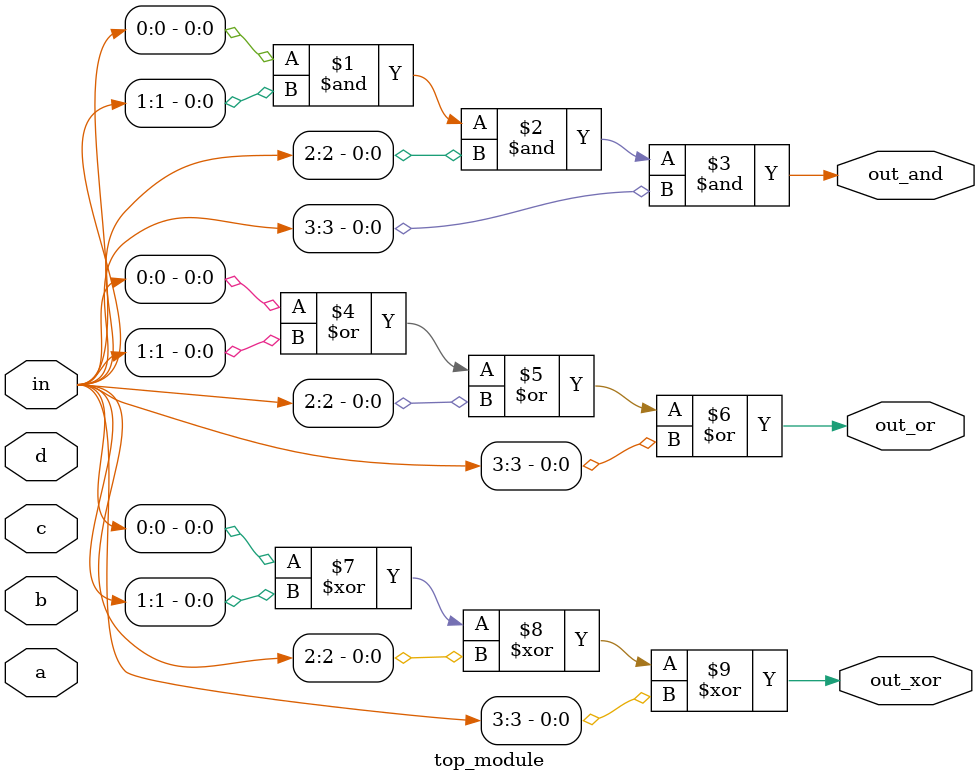
<source format=v>
module top_module( 
    input [3:0] in,a,b,c,d,
    output out_and,
    output out_or,
    output out_xor
);
   
   assign out_and = in[0] & in[1] & in[2] & in[3] ;
    assign out_or = in[0] | in[1] | in[2] | in[3];
    assign out_xor  = in[0] ^ in[1] ^ in[2] ^ in[3];

endmodule


</source>
